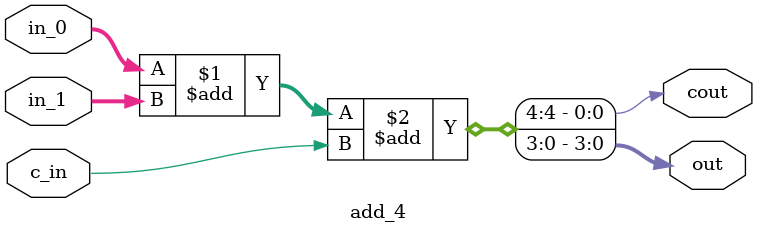
<source format=v>
module add_4(
    input [3:0] in_0,
    input [3:0] in_1,
    input c_in,
    output [3:0] out,
    output cout
);
    
    assign{cout, out}=in_0+in_1+c_in;
    
endmodule

</source>
